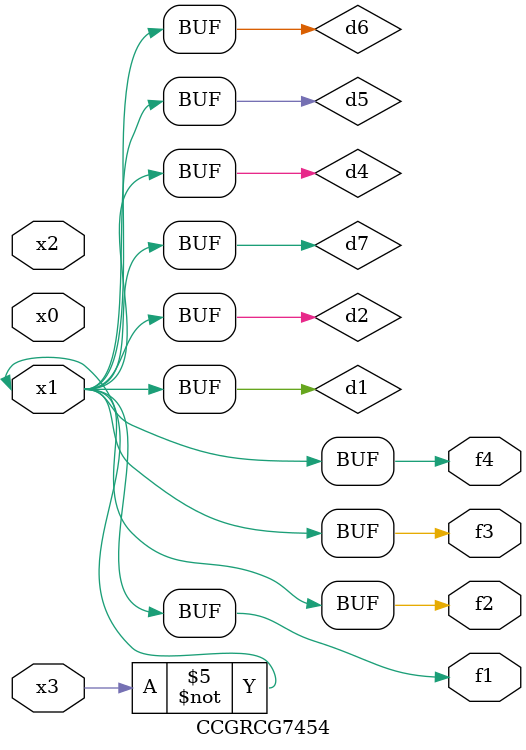
<source format=v>
module CCGRCG7454(
	input x0, x1, x2, x3,
	output f1, f2, f3, f4
);

	wire d1, d2, d3, d4, d5, d6, d7;

	not (d1, x3);
	buf (d2, x1);
	xnor (d3, d1, d2);
	nor (d4, d1);
	buf (d5, d1, d2);
	buf (d6, d4, d5);
	nand (d7, d4);
	assign f1 = d6;
	assign f2 = d7;
	assign f3 = d6;
	assign f4 = d6;
endmodule

</source>
